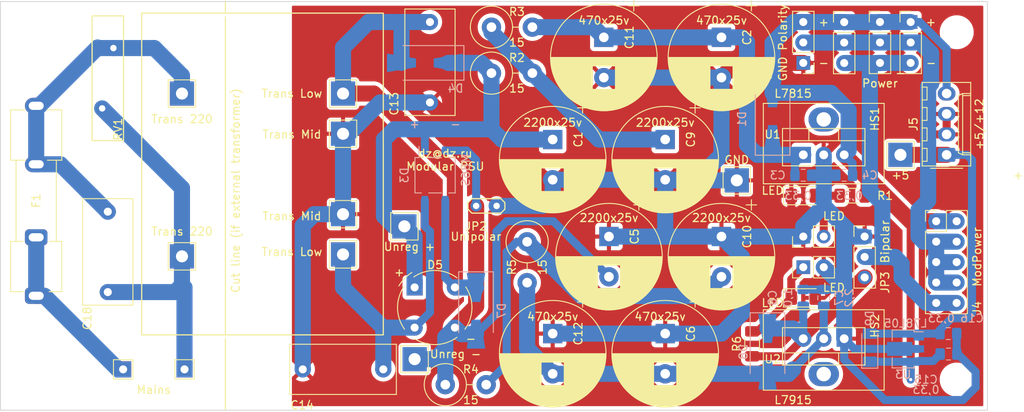
<source format=kicad_pcb>
(kicad_pcb (version 20211014) (generator pcbnew)
  (layers (0 "F.Cu" signal) (31 "B.Cu" signal) (34 "B.Paste" user) (35 "F.Paste" user) (36 "B.SilkS" user "B.Silkscreen") (37 "F.SilkS" user "F.Silkscreen") (38 "B.Mask" user) (39 "F.Mask" user) (44 "Edge.Cuts" user))
  (net 0 "")
  (net 1 "Net-(C5-Pad2)")
  (net 2 "Net-(C11-Pad1)")
  (net 3 "Net-(C4-Pad1)")
  (net 4 "Net-(C10-Pad2)")
  (net 5 "Net-(C12-Pad2)")
  (net 6 "Net-(C8-Pad2)")
  (net 7 "Net-(D2-Pad2)")
  (net 8 "Net-(D3-Pad1)")
  (net 9 "Net-(C9-Pad1)")
  (net 10 "Net-(D6-Pad1)")
  (net 11 "Net-(F1-Pad1)")
  (net 14 "Net-(J1-Pad2)")
  (net 15 "Net-(J1-Pad3)")
  (net 16 "/GND")
  (net 17 "Net-(C13-Pad1)")
  (net 18 "Net-(C14-Pad2)")
  (net 19 "Net-(C18-Pad1)")
  (net 20 "Net-(C18-Pad2)")
  (net 21 "Net-(J5-Pad1)")
  (footprint "Connector_PinHeader_2.54mm:PinHeader_1x03_P2.54mm_Vertical" (layer "F.Cu") (at 139.065 34.29)
    (fp_text reference "J2" hide)
    (fp_text value "Power")
  )
  (footprint "TestPoint:TestPoint_THTPad_3.0x3.0mm_Drill1.5mm" (layer "F.Cu") (at 121.285 53.975)
    (fp_text reference "TP6" hide)
    (fp_text value "GND")
  )
  (footprint "TestPoint:TestPoint_THTPad_3.0x3.0mm_Drill1.5mm" (layer "F.Cu") (at 81.28 76.2)
    (fp_text reference "TP11" hide)
    (fp_text value "Unreg -")
  )
  (footprint "MountingHole:MountingHole_3.2mm_M3" (layer "F.Cu") (at 61.595 35.56)
    (fp_text reference "H5" hide)
    (fp_text value "MountingHole" hide)
  )
  (footprint "Connector_PinHeader_2.54mm:PinHeader_2x05_P2.54mm_Vertical" (layer "F.Cu") (at 146.045 59.055)
    (fp_text reference "J4")
    (fp_text value "ModPower")
  )
  (footprint "MountingHole:MountingHole_3.2mm_M3" (layer "F.Cu") (at 33.655 78.74)
    (fp_text reference "H4" hide)
    (fp_text value "MountingHole" hide)
  )
  (footprint "Capacitor_THT:CP_Radial_D13.0mm_P5.00mm" (layer "F.Cu") (at 98.425 73.025 -90)
    (fp_text reference "C12")
    (fp_text value "470x25v")
  )
  (footprint "Capacitor_THT:CP_Radial_D13.0mm_P5.00mm" (layer "F.Cu") (at 112.395 48.895 -90)
    (fp_text reference "C9")
    (fp_text value "2200x25v")
  )
  (footprint "Capacitor_THT:C_Rect_L13.0mm_W6.0mm_P10.00mm_FKS3_FKP3_MKS4" (layer "F.Cu") (at 67.39 77.47)
    (fp_text reference "C14")
    (fp_text value "0,1")
  )
  (footprint "MountingHole:MountingHole_3.2mm_M3" (layer "F.Cu") (at 148.59 78.74)
    (fp_text reference "H1" hide)
    (fp_text value "MountingHole" hide)
  )
  (footprint "Capacitor_THT:CP_Radial_D13.0mm_P5.00mm" (layer "F.Cu") (at 112.395 73.025 -90)
    (fp_text reference "C6")
    (fp_text value "470x25v")
  )
  (footprint "TestPoint:TestPoint_THTPad_3.0x3.0mm_Drill1.5mm" (layer "F.Cu") (at 141.605 50.8)
    (fp_text reference "TP12" hide)
    (fp_text value "+5")
  )
  (footprint "TestPoint:TestPoint_THTPad_3.0x3.0mm_Drill1.5mm" (layer "F.Cu") (at 52.39 43.18)
    (fp_text reference "TP3" hide)
    (fp_text value "Trans 220")
  )
  (footprint "Diode_THT:Diode_Bridge_Round_D9.0mm" (layer "F.Cu") (at 81.28 67.28)
    (fp_text reference "D5")
    (fp_text value "D_Bridge_+A-A")
  )
  (footprint "TestPoint:TestPoint_THTPad_3.0x3.0mm_Drill1.5mm" (layer "F.Cu") (at 72.39 48.18)
    (fp_text reference "TP1" hide)
    (fp_text value "Trans Mid")
  )
  (footprint "TestPoint:TestPoint_THTPad_3.0x3.0mm_Drill1.5mm" (layer "F.Cu") (at 72.39 43.18)
    (fp_text reference "TP10" hide)
    (fp_text value "Trans Low")
  )
  (footprint "LED_SMD:LED_1206_3216Metric_Pad1.42x1.75mm_HandSolder" (layer "F.Cu") (at 129.54 55.88)
    (fp_text reference "D2" hide)
    (fp_text value "LED")
  )
  (footprint "Varistor:RV_Disc_D15.5mm_W3.9mm_P7.5mm" (layer "F.Cu") (at 43.88 37.525 -90)
    (fp_text reference "RV1")
    (fp_text value "Varistor")
  )
  (footprint "Resistor_THT:R_Axial_DIN0516_L15.5mm_D5.0mm_P5.08mm_Vertical" (layer "F.Cu") (at 95.25 61.61 -90)
    (fp_text reference "R5")
    (fp_text value "15")
  )
  (footprint "Connector_PinHeader_2.54mm:PinHeader_1x02_P2.54mm_Vertical" (layer "F.Cu") (at 129.54 60.96 90)
    (fp_text reference "J7" hide)
    (fp_text value "LED")
  )
  (footprint "Connector_PinHeader_2.54mm:PinHeader_1x03_P2.54mm_Vertical" (layer "F.Cu") (at 129.54 39.37 180)
    (fp_text reference "JP1")
    (fp_text value "GND Polarity")
  )
  (footprint "TestPoint:TestPoint_THTPad_2.0x2.0mm_Drill1.0mm" (layer "F.Cu") (at 52.705 77.47)
    (fp_text reference "TP4" hide)
    (fp_text value "Mains" hide)
  )
  (footprint "LED_SMD:LED_1206_3216Metric_Pad1.42x1.75mm_HandSolder" (layer "F.Cu") (at 129.54 68.58)
    (fp_text reference "D6" hide)
    (fp_text value "LED")
  )
  (footprint "Connector_PinHeader_2.54mm:PinHeader_1x03_P2.54mm_Vertical" (layer "F.Cu") (at 137.16 60.96)
    (fp_text reference "JP3")
    (fp_text value "Bipolar")
  )
  (footprint "Resistor_THT:R_Axial_DIN0516_L15.5mm_D5.0mm_P5.08mm_Vertical" (layer "F.Cu") (at 85.09 79.375)
    (fp_text reference "R4")
    (fp_text value "15")
  )
  (footprint "Capacitor_THT:C_Rect_L13.0mm_W6.0mm_P10.00mm_FKS3_FKP3_MKS4" (layer "F.Cu") (at 43.18 57.865 -90)
    (fp_text reference "C18")
    (fp_text value "C")
  )
  (footprint "Resistor_SMD:R_1206_3216Metric_Pad1.30x1.75mm_HandSolder" (layer "F.Cu") (at 123.19 74.295 90)
    (fp_text reference "R6")
    (fp_text value "10k")
  )
  (footprint "Resistor_THT:R_Axial_DIN0516_L15.5mm_D5.0mm_P5.08mm_Vertical" (layer "F.Cu") (at 90.82 40.64)
    (fp_text reference "R2")
    (fp_text value "15")
  )
  (footprint "Resistor_THT:R_Axial_DIN0516_L15.5mm_D5.0mm_P5.08mm_Vertical" (layer "F.Cu") (at 90.82 34.925)
    (fp_text reference "R3")
    (fp_text value "15")
  )
  (footprint "MountingHole:MountingHole_3.2mm_M3" (layer "F.Cu") (at 33.655 35.56)
    (fp_text reference "H3" hide)
    (fp_text value "MountingHole" hide)
  )
  (footprint "Connector_PinHeader_2.54mm:PinHeader_1x03_P2.54mm_Vertical" (layer "F.Cu") (at 134.62 34.305)
    (fp_text reference "J1" hide)
    (fp_text value "Power")
  )
  (footprint "dz_lib:Heatsink_TO_220" (layer "F.Cu") (at 132.08 77.06 90)
    (fp_text reference "HS2")
    (fp_text value "Heatsink_Pad" hide)
  )
  (footprint "Connector_Molex:Molex_KK-254_AE-6410-04A_1x04_P2.54mm_Vertical" (layer "F.Cu") (at 147.34 50.8 90)
    (fp_text reference "J5")
    (fp_text value "+5/+12")
  )
  (footprint "Connector_PinHeader_2.54mm:PinHeader_1x02_P2.54mm_Vertical" (layer "F.Cu") (at 129.54 64.77 90)
    (fp_text reference "J8" hide)
    (fp_text value "LED")
  )
  (footprint "Capacitor_THT:C_Rect_L13.0mm_W6.0mm_P10.00mm_FKS3_FKP3_MKS4" (layer "F.Cu") (at 83.185 34.29 -90)
    (fp_text reference "C13")
    (fp_text value "0,1")
  )
  (footprint "TestPoint:TestPoint_THTPad_3.0x3.0mm_Drill1.5mm" (layer "F.Cu") (at 80.01 59.69)
    (fp_text reference "TP5" hide)
    (fp_text value "Unreg +")
  )
  (footprint "TestPoint:TestPoint_THTPad_2.0x2.0mm_Drill1.0mm" (layer "F.Cu") (at 45.085 77.47)
    (fp_text reference "TP2" hide)
    (fp_text value "Mains")
  )
  (footprint "TestPoint:TestPoint_2Pads_Pitch2.54mm_Drill0.8mm" (layer "F.Cu") (at 88.92 57.15)
    (fp_text reference "JP2")
    (fp_text value "Unipolar")
  )
  (footprint "TestPoint:TestPoint_THTPad_3.0x3.0mm_Drill1.5mm" (layer "F.Cu") (at 72.39 58.18)
    (fp_text reference "TP8" hide)
    (fp_text value "Trans Mid")
  )
  (footprint "MountingHole:MountingHole_3.2mm_M3" (layer "F.Cu") (at 148.59 35.56)
    (fp_text reference "H2" hide)
    (fp_text value "MountingHole" hide)
  )
  (footprint "Resistor_SMD:R_1206_3216Metric_Pad1.30x1.75mm_HandSolder" (layer "F.Cu") (at 135.61 55.88)
    (fp_text reference "R1")
    (fp_text value "10k")
  )
  (footprint "Capacitor_THT:CP_Radial_D13.0mm_P5.00mm" (layer "F.Cu") (at 119.38 60.96 -90)
    (fp_text reference "C10")
    (fp_text value "2200x25v")
  )
  (footprint "Fuse:Fuseholder_Clip-5x20mm_Keystone_3512_Inline_P23.62x7.27mm_D1.02x1.57mm_Horizontal" (layer "F.Cu") (at 34.29 68.325 90)
    (fp_text reference "F1")
    (fp_text value "Fuse")
  )
  (footprint "Capacitor_THT:CP_Radial_D13.0mm_P5.00mm" (layer "F.Cu") (at 119.38 36.195 -90)
    (fp_text reference "C2")
    (fp_text value "470x25v")
  )
  (footprint "Package_TO_SOT_THT:TO-220-3_Vertical" (layer "F.Cu") (at 134.62 73.66 180)
    (fp_text reference "U2")
    (fp_text value "L7915")
  )
  (footprint "dz_lib:Heatsink_TO_220" (layer "F.Cu") (at 132.08 47.4 -90)
    (fp_text reference "HS1")
    (fp_text value "Heatsink_Pad" hide)
  )
  (footprint "Package_TO_SOT_THT:TO-220-3_Vertical" (layer "F.Cu") (at 129.54 50.8)
    (fp_text reference "U1")
    (fp_text value "L7815")
  )
  (footprint "Connector_PinHeader_2.54mm:PinHeader_1x03_P2.54mm_Vertical" (layer "F.Cu") (at 142.875 34.29)
    (fp_text reference "J3" hide)
    (fp_text value "Power")
  )
  (footprint "TestPoint:TestPoint_THTPad_3.0x3.0mm_Drill1.5mm" (layer "F.Cu") (at 72.39 63.18)
    (fp_text reference "TP9" hide)
    (fp_text value "Trans Low")
  )
  (footprint "MountingHole:MountingHole_3.2mm_M3" (layer "F.Cu") (at 61.595 78.74)
    (fp_text reference "H6" hide)
    (fp_text value "MountingHole" hide)
  )
  (footprint "Capacitor_THT:CP_Radial_D13.0mm_P5.00mm" (layer "F.Cu") (at 104.775 36.195 -90)
    (fp_text reference "C11")
    (fp_text value "470x25v")
  )
  (footprint "Capacitor_THT:CP_Radial_D13.0mm_P5.00mm" (layer "F.Cu") (at 98.425 48.895 -90)
    (fp_text reference "C1")
    (fp_text value "2200x25v")
  )
  (footprint "Capacitor_THT:CP_Radial_D13.0mm_P5.00mm" (layer "F.Cu") (at 105.41 60.96 -90)
    (fp_text reference "C5")
    (fp_text value "2200x25v")
  )
  (footprint "TestPoint:TestPoint_THTPad_3.0x3.0mm_Drill1.5mm" (layer "F.Cu") (at 52.39 63.42)
    (fp_text reference "TP7" hide)
    (fp_text value "Trans 220")
  )
  (footprint "Diode_SMD:D_SMA-SMB_Universal_Handsoldering" (layer "B.Cu") (at 88.9 70.19498 -90)
    (fp_text reference "D7")
    (fp_text value "D")
  )
  (footprint "Capacitor_SMD:C_0805_2012Metric_Pad1.18x1.45mm_HandSolder" (layer "B.Cu") (at 147.5725 75.565)
    (fp_text reference "C15")
    (fp_text value "0,33")
  )
  (footprint "Diode_SMD:D_SMA-SMB_Universal_Handsoldering" (layer "B.Cu") (at 125.73 45.995 90)
    (fp_text reference "D1")
    (fp_text value "D")
  )
  (footprint "Package_TO_SOT_SMD:SOT-89-3" (layer "B.Cu") (at 142.24 74.93 180)
    (fp_text reference "U3")
    (fp_text value "L78L05")
  )
  (footprint "Capacitor_SMD:C_0805_2012Metric_Pad1.18x1.45mm_HandSolder" (layer "B.Cu") (at 147.5525 73.025)
    (fp_text reference "C16")
    (fp_text value "0,33")
  )
  (footprint "Capacitor_SMD:C_0805_2012Metric_Pad1.18x1.45mm_HandSolder" (layer "B.Cu") (at 129.54 68.58 -90)
    (fp_text reference "C8")
    (fp_text value "1,0")
  )
  (footprint "Capacitor_SMD:C_0805_2012Metric_Pad1.18x1.45mm_HandSolder" (layer "B.Cu") (at 132.08 68.58 -90)
    (fp_text reference "C7")
    (fp_text value "2,2")
  )
  (footprint "Diode_SMD:D_SMA-SMB_Universal_Handsoldering" (layer "B.Cu") (at 125.095 75.29 -90)
    (fp_text reference "D8")
    (fp_text value "D")
  )
  (footprint "Capacitor_SMD:C_0805_2012Metric_Pad1.18x1.45mm_HandSolder" (layer "B.Cu") (at 134.62 53.34 180)
    (fp_text reference "C4")
    (fp_text value "0,33")
  )
  (footprint "Package_TO_SOT_SMD:TO-269AA" (layer "B.Cu") (at 83.82 53.34 -90)
    (fp_text reference "D3")
    (fp_text value "MB6S")
  )
  (footprint "Diode_SMD:D_SMA-SMB_Universal_Handsoldering" (layer "B.Cu") (at 82.55 39.37 180)
    (fp_text reference "D4")
    (fp_text value "D")
  )
  (footprint "Capacitor_SMD:C_0805_2012Metric_Pad1.18x1.45mm_HandSolder" (layer "B.Cu") (at 129.54 53.34)
    (fp_text reference "C3")
    (fp_text value "0,33")
  )
  (footprint "Diode_SMD:D_MiniMELF" (layer "B.Cu") (at 137.795 74.775 90)
    (fp_text reference "D9")
    (fp_text value "LL4148")
  )
  (gr_line (start 57.785 73.025) (end 57.785 33.655) (layer "F.SilkS") (width 0.15))
  (gr_rect (start 77.39 33.18) (end 47.39 73.18) (layer "F.SilkS") (width 0.15) (fill none))
  (gr_line (start 57.785 82.55) (end 57.785 73.66) (layer "F.SilkS") (width 0.15))
  (gr_line (start 57.785 31.75) (end 57.785 33.02) (layer "F.SilkS") (width 0.15))
  (gr_rect (start 29.845 31.75) (end 152.4 82.55) (layer "Edge.Cuts") (width 0.1) (fill none))
  (gr_text "-" (at 86.36 46.99) (layer "B.SilkS") (effects (font (size 1 1)) (justify mirror)))
  (gr_text "+" (at 81.28 46.99) (layer "B.SilkS") (effects (font (size 1 1)) (justify mirror)))
  (gr_text "dz@dz.ru\nModular PSU" (at 85.09 51.435) (layer "F.SilkS") (effects (font (size 1 1))))
  (gr_text "-" (at 132.08 39.37) (layer "F.SilkS") (effects (font (size 1 1))))
  (gr_text "-" (at 88.265 73.66) (layer "F.SilkS") (effects (font (size 1 1))))
  (gr_text "+" (at 132.08 34.305) (layer "F.SilkS") (effects (font (size 1 1))))
  (gr_text "Cut line (if external transformer)" (at 59.055 55.245 90) (layer "F.SilkS") (effects (font (size 1 1))))
  (gr_text "+" (at 145.39 34.29) (layer "F.SilkS") (effects (font (size 1 1))))
  (gr_text "+" (at 156.21 53.34) (layer "F.SilkS") (effects (font (size 1 1))))
  (gr_text "+" (at 79.375 65.405) (layer "F.SilkS") (effects (font (size 1 1))))
  (gr_text "-" (at 141.605 40.625) (layer "F.SilkS") (effects (font (size 1 1))))
  (gr_text "-" (at 145.415 39.37) (layer "F.SilkS") (effects (font (size 1 1))))
  (segment (start 88.92 69.64) (end 88.92 57.15) (width 2) (layer "F.Cu") (net 1))
  (segment (start 86.28 72.28) (end 88.92 69.64) (width 2) (layer "F.Cu") (net 1))
  (segment (start 87.09498 73.09498) (end 86.28 72.28) (width 2) (layer "B.Cu") (net 1))
  (segment (start 88.92 57.15) (end 88.92 51.455) (width 1) (layer "B.Cu") (net 1))
  (segment (start 92.71 59.055) (end 98.505 59.055) (width 1) (layer "B.Cu") (net 1))
  (segment (start 88.9 73.09498) (end 87.09498 73.09498) (width 2) (layer "B.Cu") (net 1))
  (segment (start 88.9 73.09498) (end 91.44 70.55498) (width 1) (layer "B.Cu") (net 1))
  (segment (start 85.09 74.93) (end 85.09 73.47) (width 2) (layer "B.Cu") (net 1))
  (segment (start 87.73 50.265) (end 85.09 50.265) (width 1) (layer "B.Cu") (net 1))
  (segment (start 91.44 70.55498) (end 91.44 60.325) (width 1) (layer "B.Cu") (net 1))
  (segment (start 91.44 60.325) (end 92.71 59.055) (width 1) (layer "B.Cu") (net 1))
  (segment (start 88.92 51.455) (end 87.73 50.265) (width 1) (layer "B.Cu") (net 1))
  (segment (start 81.28 76.2) (end 83.82 76.2) (width 2) (layer "B.Cu") (net 1))
  (segment (start 85.09 79.375) (end 85.09 74.93) (width 2) (layer "B.Cu") (net 1))
  (segment (start 98.505 59.055) (end 105.41 65.96) (width 1) (layer "B.Cu") (net 1))
  (segment (start 83.82 76.2) (end 85.09 74.93) (width 2) (layer "B.Cu") (net 1))
  (segment (start 85.09 73.47) (end 86.28 72.28) (width 2) (layer "B.Cu") (net 1))
  (segment (start 129.54 50.8) (end 123.825 50.8) (width 2) (layer "B.Cu") (net 2))
  (segment (start 123.825 50.8) (end 122.555 49.53) (width 2) (layer "B.Cu") (net 2))
  (segment (start 128.5025 51.8375) (end 129.54 50.8) (width 1) (layer "B.Cu") (net 2))
  (segment (start 122.555 36.83) (end 121.92 36.195) (width 2) (layer "B.Cu") (net 2))
  (segment (start 95.9 34.925) (end 103.505 34.925) (width 2) (layer "B.Cu") (net 2))
  (segment (start 103.505 34.925) (end 104.775 36.195) (width 2) (layer "B.Cu") (net 2))
  (segment (start 128.5025 53.34) (end 128.5025 51.8375) (width 1) (layer "B.Cu") (net 2))
  (segment (start 121.92 36.195) (end 119.38 36.195) (width 2) (layer "B.Cu") (net 2))
  (segment (start 119.38 36.195) (end 104.775 36.195) (width 2) (layer "B.Cu") (net 2))
  (segment (start 122.555 49.53) (end 122.555 36.83) (width 2) (layer "B.Cu") (net 2))
  (segment (start 137.16 53.34) (end 134.62 50.8) (width 1) (layer "F.Cu") (net 3))
  (segment (start 142.875 71.755) (end 142.875 78.74) (width 1) (layer "F.Cu") (net 3))
  (segment (start 142.875 71.755) (end 142.875 59.055) (width 1) (layer "F.Cu") (net 3))
  (segment (start 137.16 55.88) (end 137.16 53.34) (width 1) (layer "F.Cu") (net 3))
  (segment (start 146.045 59.055) (end 142.875 59.055) (width 2) (layer "F.Cu") (net 3))
  (segment (start 142.875 59.055) (end 134.62 50.8) (width 2) (layer "F.Cu") (net 3))
  (via (at 142.875 78.74) (size 0.8) (drill 0.4) (layers "F.Cu" "B.Cu") (net 3))
  (segment (start 134.605 34.29) (end 134.62 34.305) (width 2) (layer "B.Cu") (net 3))
  (segment (start 129.54 34.29) (end 134.605 34.29) (width 2) (layer "B.Cu") (net 3))
  (segment (start 135.6575 51.8375) (end 134.62 50.8) (width 1) (layer "B.Cu") (net 3))
  (segment (start 145.67 76.43) (end 146.535 75.565) (width 1) (layer "B.Cu") (net 3))
  (segment (start 135.17 45.281623) (end 135.17 50.25) (width 2) (layer "B.Cu") (net 3))
  (segment (start 135.6575 53.34) (end 135.6575 51.8375) (width 1) (layer "B.Cu") (net 3))
  (segment (start 148.585 59.055) (end 146.045 59.055) (width 2) (layer "B.Cu") (net 3))
  (segment (start 147.34 43.18) (end 147.34 37.633404) (width 1) (layer "B.Cu") (net 3))
  (segment (start 142.875 76.835) (end 142.565 76.525) (width 1) (layer "B.Cu") (net 3))
  (segment (start 137.795 76.525) (end 142.565 76.525) (width 1) (layer "B.Cu") (net 3))
  (segment (start 129.54 34.29) (end 128.337919 34.29) (width 2) (layer "B.Cu") (net 3))
  (segment (start 125.73 43.095) (end 132.983377 43.095) (width 2) (layer "B.Cu") (net 3))
  (segment (start 125.73 36.897919) (end 125.73 43.095) (width 2) (layer "B.Cu") (net 3))
  (segment (start 134.62 34.305) (end 139.05 34.305) (width 2) (layer "B.Cu") (net 3))
  (segment (start 132.983377 43.095) (end 135.17 45.281623) (width 2) (layer "B.Cu") (net 3))
  (segment (start 143.795 76.525) (end 143.89 76.43) (width 1) (layer "B.Cu") (net 3))
  (segment (start 143.89 76.43) (end 145.67 76.43) (width 1) (layer "B.Cu") (net 3))
  (segment (start 142.565 76.525) (end 143.795 76.525) (width 1) (layer "B.Cu") (net 3))
  (segment (start 147.34 37.633404) (end 143.996596 34.29) (width 1) (layer "B.Cu") (net 3))
  (segment (start 139.05 34.305) (end 139.065 34.29) (width 2) (layer "B.Cu") (net 3))
  (segment (start 135.17 50.25) (end 134.62 50.8) (width 2) (layer "B.Cu") (net 3))
  (segment (start 143.996596 34.29) (end 142.875 34.29) (width 1) (layer "B.Cu") (net 3))
  (segment (start 128.337919 34.29) (end 125.73 36.897919) (width 2) (layer "B.Cu") (net 3))
  (segment (start 139.065 34.29) (end 142.875 34.29) (width 2) (layer "B.Cu") (net 3))
  (segment (start 142.875 78.74) (end 142.875 76.835) (width 1) (layer "B.Cu") (net 3))
  (segment (start 102 68.36) (end 116.98 68.36) (width 2) (layer "B.Cu") (net 4))
  (segment (start 93.98 61.595) (end 92.71 62.865) (width 1) (layer "B.Cu") (net 4))
  (segment (start 92.71 76.835) (end 90.17 79.375) (width 1) (layer "B.Cu") (net 4))
  (segment (start 116.98 68.36) (end 119.38 65.96) (width 2) (layer "B.Cu") (net 4))
  (segment (start 92.71 62.865) (end 92.71 76.835) (width 1) (layer "B.Cu") (net 4))
  (segment (start 95.25 61.61) (end 95.235 61.595) (width 1) (layer "B.Cu") (net 4))
  (segment (start 95.25 61.61) (end 102 68.36) (width 2) (layer "B.Cu") (net 4))
  (segment (start 95.235 61.595) (end 93.98 61.595) (width 1) (layer "B.Cu") (net 4))
  (segment (start 95.25 74.85) (end 98.425 78.025) (width 2) (layer "B.Cu") (net 5))
  (segment (start 132.08 69.6175) (end 132.08 73.66) (width 1) (layer "B.Cu") (net 5))
  (segment (start 95.25 66.69) (end 95.25 74.85) (width 2) (layer "B.Cu") (net 5))
  (segment (start 132.08 73.66) (end 128.27 77.47) (width 1) (layer "B.Cu") (net 5))
  (segment (start 127.715 78.025) (end 128.27 77.47) (width 2) (layer "B.Cu") (net 5))
  (segment (start 98.425 78.025) (end 112.395 78.025) (width 2) (layer "B.Cu") (net 5))
  (segment (start 112.395 78.025) (end 127.715 78.025) (width 2) (layer "B.Cu") (net 5))
  (segment (start 131.188405 71.46) (end 129.54 73.108405) (width 2) (layer "F.Cu") (net 6))
  (segment (start 123.19 75.845) (end 127.355 75.845) (width 1) (layer "F.Cu") (net 6))
  (segment (start 137.16 66.04) (end 131.74 71.46) (width 2) (layer "F.Cu") (net 6))
  (segment (start 131.74 71.46) (end 131.188405 71.46) (width 2) (layer "F.Cu") (net 6))
  (segment (start 127.355 75.845) (end 129.54 73.66) (width 1) (layer "F.Cu") (net 6))
  (segment (start 129.54 73.108405) (end 129.54 73.66) (width 2) (layer "F.Cu") (net 6))
  (segment (start 129.54 69.6175) (end 129.54 73.66) (width 1) (layer "B.Cu") (net 6))
  (segment (start 128.27 72.39) (end 129.54 73.66) (width 2) (layer "B.Cu") (net 6))
  (segment (start 125.095 72.39) (end 128.27 72.39) (width 2) (layer "B.Cu") (net 6))
  (segment (start 132.08 55.88) (end 131.0275 55.88) (width 1) (layer "F.Cu") (net 7))
  (segment (start 132.08 60.96) (end 132.08 55.88) (width 1) (layer "F.Cu") (net 7))
  (segment (start 134.06 55.88) (end 132.08 55.88) (width 1) (layer "F.Cu") (net 7))
  (segment (start 98.425 48.895) (end 92.105 48.895) (width 2) (layer "B.Cu") (net 8))
  (segment (start 78.74 47.625) (end 77.47 48.895) (width 2) (layer "B.Cu") (net 8))
  (segment (start 90.82 47.61) (end 90.805 47.625) (width 2) (layer "B.Cu") (net 8))
  (segment (start 89.55 39.37) (end 90.82 40.64) (width 2) (layer "B.Cu") (net 8))
  (segment (start 78.74 59.69) (end 80.01 59.69) (width 2) (layer "B.Cu") (net 8))
  (segment (start 92.105 48.895) (end 90.82 47.61) (width 2) (layer "B.Cu") (net 8))
  (segment (start 90.82 40.64) (end 90.82 47.61) (width 2) (layer "B.Cu") (net 8))
  (segment (start 82.55 48.26) (end 81.915 47.625) (width 1) (layer "B.Cu") (net 8))
  (segment (start 81.915 47.625) (end 78.74 47.625) (width 2) (layer "B.Cu") (net 8))
  (segment (start 81.28 60.96) (end 80.01 59.69) (width 2) (layer "B.Cu") (net 8))
  (segment (start 85.45 39.37) (end 89.55 39.37) (width 2) (layer "B.Cu") (net 8))
  (segment (start 82.55 50.265) (end 82.55 48.26) (width 1) (layer "B.Cu") (net 8))
  (segment (start 77.47 48.895) (end 77.47 58.42) (width 2) (layer "B.Cu") (net 8))
  (segment (start 77.47 58.42) (end 78.74 59.69) (width 2) (layer "B.Cu") (net 8))
  (segment (start 90.805 47.625) (end 81.915 47.625) (width 2) (layer "B.Cu") (net 8))
  (segment (start 81.28 67.28) (end 81.28 60.96) (width 2) (layer "B.Cu") (net 8))
  (segment (start 90.82 35.56) (end 95.9 40.64) (width 2) (layer "B.Cu") (net 9))
  (segment (start 90.82 34.925) (end 90.82 35.56) (width 2) (layer "B.Cu") (net 9))
  (segment (start 112.395 48.895) (end 104.155 48.895) (width 2) (layer "B.Cu") (net 9))
  (segment (start 104.155 48.895) (end 95.9 40.64) (width 2) (layer "B.Cu") (net 9))
  (segment (start 128.0525 68.58) (end 128.0525 66.2575) (width 1) (layer "F.Cu") (net 10))
  (segment (start 128.0525 66.2575) (end 129.54 64.77) (width 1) (layer "F.Cu") (net 10))
  (segment (start 123.19 72.745) (end 123.8875 72.745) (width 1) (layer "F.Cu") (net 10))
  (segment (start 123.8875 72.745) (end 128.0525 68.58) (width 1) (layer "F.Cu") (net 10))
  (segment (start 35.305 68.325) (end 44.45 77.47) (width 2) (layer "B.Cu") (net 11))
  (segment (start 34.29 68.325) (end 35.305 68.325) (width 2) (layer "B.Cu") (net 11))
  (segment (start 34.29 61.055) (end 34.29 68.325) (width 2) (layer "B.Cu") (net 11))
  (segment (start 143.845 57.685) (end 143.845 60.955) (width 2) (layer "B.Cu") (net 14))
  (segment (start 142.875 36.83) (end 139.065 36.83) (width 2) (layer "B.Cu") (net 14))
  (segment (start 142.875 36.83) (end 144.077081 36.83) (width 2) (layer "B.Cu") (net 14))
  (segment (start 139.065 36.83) (end 134.635 36.83) (width 2) (layer "B.Cu") (net 14))
  (segment (start 129.555 36.845) (end 129.54 36.83) (width 2) (layer "B.Cu") (net 14))
  (segment (start 145.415 38.167919) (end 145.415 41.952578) (width 2) (layer "B.Cu") (net 14))
  (segment (start 134.635 36.83) (end 134.62 36.845) (width 2) (layer "B.Cu") (net 14))
  (segment (start 145.045 42.322578) (end 145.045 56.485) (width 2) (layer "B.Cu") (net 14))
  (segment (start 148.585 61.595) (end 146.045 61.595) (width 2) (layer "B.Cu") (net 14))
  (segment (start 145.415 41.952578) (end 145.045 42.322578) (width 2) (layer "B.Cu") (net 14))
  (segment (start 144.077081 36.83) (end 145.415 38.167919) (width 2) (layer "B.Cu") (net 14))
  (segment (start 144.485 61.595) (end 146.045 61.595) (width 2) (layer "B.Cu") (net 14))
  (segment (start 146.045 66.675) (end 148.585 66.675) (width 2) (layer "B.Cu") (net 14))
  (segment (start 146.045 64.135) (end 146.045 61.595) (width 2) (layer "B.Cu") (net 14))
  (segment (start 143.845 60.955) (end 144.485 61.595) (width 2) (layer "B.Cu") (net 14))
  (segment (start 145.045 56.485) (end 143.845 57.685) (width 2) (layer "B.Cu") (net 14))
  (segment (start 146.045 66.675) (end 146.045 64.135) (width 2) (layer "B.Cu") (net 14))
  (segment (start 146.045 64.135) (end 148.585 64.135) (width 2) (layer "B.Cu") (net 14))
  (segment (start 134.62 36.845) (end 129.555 36.845) (width 2) (layer "B.Cu") (net 14))
  (segment (start 140.97 63.5) (end 139.7 63.5) (width 2) (layer "B.Cu") (net 15))
  (segment (start 139.065 39.37) (end 142.875 39.37) (width 2) (layer "B.Cu") (net 15))
  (segment (start 139.05 39.385) (end 139.065 39.37) (width 2) (layer "B.Cu") (net 15))
  (segment (start 148.585 69.215) (end 146.045 69.215) (width 2) (layer "B.Cu") (net 15))
  (segment (start 141.75 64.347919) (end 140.902081 63.5) (width 2) (layer "B.Cu") (net 15))
  (segment (start 144.842919 69.215) (end 141.75 66.122081) (width 2) (layer "B.Cu") (net 15))
  (segment (start 137.81 39.385) (end 139.05 39.385) (width 2) (layer "B.Cu") (net 15))
  (segment (start 137.16 63.5) (end 139.7 63.5) (width 2) (layer "B.Cu") (net 15))
  (segment (start 139.36 63.16) (end 139.7 63.5) (width 2) (layer "B.Cu") (net 15))
  (segment (start 134.62 39.385) (end 137.81 39.385) (width 2) (layer "B.Cu") (net 15))
  (segment (start 139.36 56.81) (end 137.81 55.26) (width 2) (layer "B.Cu") (net 15))
  (segment (start 139.36 56.81) (end 139.36 63.16) (width 2) (layer "B.Cu") (net 15))
  (segment (start 137.81 55.26) (end 137.81 39.385) (width 2) (layer "B.Cu") (net 15))
  (segment (start 140.902081 63.5) (end 139.7 63.5) (width 2) (layer "B.Cu") (net 15))
  (segment (start 146.045 69.215) (end 144.842919 69.215) (width 2) (layer "B.Cu") (net 15))
  (segment (start 141.75 66.122081) (end 141.75 64.347919) (width 2) (layer "B.Cu") (net 15))
  (segment (start 147.34 45.72) (end 147.34 48.26) (width 1) (layer "F.Cu") (net 16))
  (segment (start 134.62 48.26) (end 147.34 48.26) (width 1) (layer "F.Cu") (net 16))
  (segment (start 132.08 64.77) (end 132.08 66.04) (width 1) (layer "F.Cu") (net 16))
  (segment (start 131.0275 67.0925) (end 132.08 66.04) (width 1) (layer "F.Cu") (net 16))
  (segment (start 128.0525 55.88) (end 128.0525 59.4725) (width 1) (layer "F.Cu") (net 16))
  (segment (start 128.0525 59.4725) (end 129.54 60.96) (width 1) (layer "F.Cu") (net 16))
  (segment (start 132.08 50.8) (end 134.62 48.26) (width 1) (layer "F.Cu") (net 16))
  (segment (start 129.54 39.37) (end 121.205 39.37) (width 2) (layer "F.Cu") (net 16))
  (segment (start 92.95 53.895) (end 98.425 53.895) (width 2) (layer "F.Cu") (net 16))
  (segment (start 92.87 53.975) (end 92.95 53.895) (width 2) (layer "F.Cu") (net 16))
  (segment (start 131.0275 68.58) (end 131.0275 67.0925) (width 1) (layer "F.Cu") (net 16))
  (segment (start 83.185 44.29) (end 92.87 53.975) (width 2) (layer "F.Cu") (net 16))
  (segment (start 121.205 39.37) (end 119.38 41.195) (width 2) (layer "F.Cu") (net 16))
  (segment (start 134.62 76.25) (end 134.62 73.66) (width 1) (layer "B.Cu") (net 16))
  (segment (start 112.395 60.96) (end 119.38 60.96) (width 2) (layer "B.Cu") (net 16))
  (segment (start 130.5775 53.34) (end 132.08 53.34) (width 1) (layer "B.Cu") (net 16))
  (segment (start 129.54 60.96) (end 119.38 60.96) (width 2) (layer "B.Cu") (net 16))
  (segment (start 135.89 60.96) (end 134.62 59.69) (width 2) (layer "B.Cu") (net 16))
  (segment (start 91.46 57.15) (end 97.155 57.15) (width 2) (layer "B.Cu") (net 16))
  (segment (start 72.39 58.18) (end 72.39 48.18) (width 2) (layer "B.Cu") (net 16))
  (segment (start 148.59 75.545) (end 148.61 75.565) (width 1) (layer "B.Cu") (net 16))
  (segment (start 150.940001 79.713403) (end 149.373404 81.28) (width 1) (layer "B.Cu") (net 16))
  (segment (start 137.16 60.96) (end 135.89 60.96) (width 2) (layer "B.Cu") (net 16))
  (segment (start 135.89 74.93) (end 134.62 73.66) (width 1) (layer "B.Cu") (net 16))
  (segment (start 149.373404 81.28) (end 139.65 81.28) (width 1) (layer "B.Cu") (net 16))
  (segment (start 134.62 73.66) (end 134.62 67.31) (width 2) (layer "B.Cu") (net 16))
  (segment (start 112.475 53.975) (end 112.395 53.895) (width 2) (layer "B.Cu") (net 16))
  (segment (start 121.92 63.5) (end 119.38 60.96) (width 2) (layer "B.Cu") (net 16))
  (segment (start 132.08 57.15) (end 133.35 58.42) (width 2) (layer "B.Cu") (net 16))
  (segment (start 134.3875 67.5425) (end 134.62 67.31) (width 1) (layer "B.Cu") (net 16))
  (segment (start 121.92 70.485) (end 121.92 63.5) (width 2) (layer "B.Cu") (net 16))
  (segment (start 129.54 67.5425) (end 132.08 67.5425) (width 1) (layer "B.Cu") (net 16))
  (segment (start 67.39 59.61) (end 68.82 58.18) (width 2) (layer "B.Cu") (net 16))
  (segment (start 148.738404 75.565) (end 150.940001 77.766597) (width 1) (layer "B.Cu") (net 16))
  (segment (start 133.5825 53.34) (end 132.08 53.34) (width 1) (layer "B.Cu") (net 16))
  (segment (start 143.8025 74.93) (end 135.89 74.93) (width 1) (layer "B.Cu") (net 16))
  (segment (start 76.995 44.29) (end 83.185 44.29) (width 2) (layer "B.Cu") (net 16))
  (segment (start 98.425 53.895) (end 112.395 53.895) (width 2) (layer "B.Cu") (net 16))
  (segment (start 134.62 67.31) (end 132.08 64.77) (width 2) (layer "B.Cu") (net 16))
  (segment (start 98.425 55.88) (end 98.425 53.895) (width 2) (layer "B.Cu") (net 16))
  (segment (start 132.08 67.5425) (end 134.3875 67.5425) (width 1) (layer "B.Cu") (net 16))
  (segment (start 119.38 41.195) (end 119.38 50.8) (width 2) (layer "B.Cu") (net 16))
  (segment (start 105.41 60.96) (end 112.395 60.96) (width 2) (layer "B.Cu") (net 16))
  (segment (start 148.59 73.025) (end 148.59 75.545) (width 1) (layer "B.Cu") (net 16))
  (segment (start 132.08 53.34) (end 132.08 57.15) (width 2) (layer "B.Cu") (net 16))
  (segment (start 132.08 50.8) (end 132.08 53.34) (width 2) (layer "B.Cu") (net 16))
  (segment (start 104.775 41.195) (end 119.38 41.195) (width 2) (layer "B.Cu") (net 16))
  (segment (start 68.82 58.18) (end 72.39 58.18) (width 2) (layer "B.Cu") (net 16))
  (segment (start 121.285 53.975) (end 112.475 53.975) (width 2) (layer "B.Cu") (net 16))
  (segment (start 72.39 48.18) (end 73.105 48.18) (width 2) (layer "B.Cu") (net 16))
  (segment (start 119.38 73.025) (end 121.92 70.485) (width 2) (layer "B.Cu") (net 16))
  (segment (start 148.61 75.565) (end 148.738404 75.565) (width 1) (layer "B.Cu") (net 16))
  (segment (start 97.155 57.15) (end 98.425 55.88) (width 2) (layer "B.Cu") (net 16))
  (segment (start 67.39 77.47) (end 67.39 59.61) (width 2) (layer "B.Cu") (net 16))
  (segment (start 129.54 59.69) (end 129.54 60.96) (width 2) (layer "B.Cu") (net 16))
  (segment (start 112.395 53.895) (end 112.395 60.96) (width 2) (layer "B.Cu") (net 16))
  (segment (start 116.285 53.895) (end 112.395 53.895) (width 2) (layer "B.Cu") (net 16))
  (segment (start 112.395 73.025) (end 119.38 73.025) (width 2) (layer "B.Cu") (net 16))
  (segment (start 150.940001 77.766597) (end 150.940001 79.713403) (width 1) (layer "B.Cu") (net 16))
  (segment (start 98.425 73.025) (end 112.395 73.025) (width 2) (layer "B.Cu") (net 16))
  (segment (start 133.35 58.42) (end 134.62 59.69) (width 2) (layer "B.Cu") (net 16))
  (segment (start 134.62 59.69) (end 134.62 67.31) (width 2) (layer "B.Cu") (net 16))
  (segment (start 139.65 81.28) (end 134.62 76.25) (width 1) (layer "B.Cu") (net 16))
  (segment (start 132.08 57.15) (end 129.54 59.69) (width 2) (layer "B.Cu") (net 16))
  (segment (start 73.105 48.18) (end 76.995 44.29) (width 2) (layer "B.Cu") (net 16))
  (segment (start 119.38 50.8) (end 116.285 53.895) (width 2) (layer "B.Cu") (net 16))
  (segment (start 86.28 53.26) (end 76.2 43.18) (width 2) (layer "F.Cu") (net 17))
  (segment (start 86.28 67.28) (end 86.28 53.26) (width 2) (layer "F.Cu") (net 17))
  (segment (start 76.2 43.18) (end 72.39 43.18) (width 2) (layer "F.Cu") (net 17))
  (segment (start 79.65 34.65) (end 80.01 34.29) (width 2) (layer "B.Cu") (net 17))
  (segment (start 80.01 34.29) (end 83.185 34.29) (width 2) (layer "B.Cu") (net 17))
  (segment (start 85.09 66.09) (end 86.28 67.28) (width 1) (layer "B.Cu") (net 17))
  (segment (start 79.65 39.37) (end 79.65 34.65) (width 2) (layer "B.Cu") (net 17))
  (segment (start 72.39 37.465) (end 75.565 34.29) (width 2) (layer "B.Cu") (net 17))
  (segment (start 75.565 34.29) (end 80.01 34.29) (width 2) (layer "B.Cu") (net 17))
  (segment (start 72.39 43.18) (end 72.39 37.465) (width 2) (layer "B.Cu") (net 17))
  (segment (start 88.9 67.29498) (end 86.29498 67.29498) (width 2) (layer "B.Cu") (net 17))
  (segment (start 85.09 56.415) (end 85.09 66.09) (width 1) (layer "B.Cu") (net 17))
  (segment (start 72.39 67.31) (end 77.36 72.28) (width 2) (layer "B.Cu") (net 18))
  (segment (start 77.39 77.47) (end 77.39 72.31) (width 2) (layer "B.Cu") (net 18))
  (segment (start 82.55 59.69) (end 82.55 56.415) (width 1) (layer "B.Cu") (net 18))
  (segment (start 77.36 72.28) (end 81.28 72.28) (width 2) (layer "B.Cu") (net 18))
  (segment (start 77.39 72.31) (end 77.36 72.28) (width 2) (layer "B.Cu") (net 18))
  (segment (start 83.185 70.375) (end 83.185 60.325) (width 1) (layer "B.Cu") (net 18))
  (segment (start 72.39 63.18) (end 72.39 67.31) (width 2) (layer "B.Cu") (net 18))
  (segment (start 81.28 72.28) (end 83.185 70.375) (width 1) (layer "B.Cu") (net 18))
  (segment (start 83.185 60.325) (end 82.55 59.69) (width 1) (layer "B.Cu") (net 18))
  (segment (start 41.97 37.525) (end 43.88 37.525) (width 2) (layer "B.Cu") (net 19))
  (segment (start 34.29 44.705) (end 34.67 44.705) (width 2) (layer "B.Cu") (net 19))
  (segment (start 41.91 37.465) (end 41.97 37.525) (width 2) (layer "B.Cu") (net 19))
  (segment (start 43.18 57.865) (end 37.29 51.975) (width 2) (layer "B.Cu") (net 19))
  (segment (start 34.29 44.705) (end 34.29 51.975) (width 2) (layer "B.Cu") (net 19))
  (segment (start 34.67 44.705) (end 41.91 37.465) (width 2) (layer "B.Cu") (net 19))
  (segment (start 37.29 51.975) (end 34.29 51.975) (width 2) (layer "B.Cu") (net 19))
  (segment (start 43.88 37.525) (end 48.955 37.525) (width 2) (layer "B.Cu") (net 19))
  (segment (start 48.955 37.525) (end 52.39 40.96) (width 2) (layer "B.Cu") (net 19))
  (segment (start 52.39 40.96) (end 52.39 43.18) (width 2) (layer "B.Cu") (net 19))
  (segment (start 52.39 66.99) (end 52.39 63.42) (width 2) (layer "B.Cu") (net 20))
  (segment (start 51.515 67.865) (end 52.39 66.99) (width 2) (layer "B.Cu") (net 20))
  (segment (start 52.705 77.47) (end 52.705 67.305) (width 2) (layer "B.Cu") (net 20))
  (segment (start 42.48 45.025) (end 52.39 54.935) (width 2) (layer "B.Cu") (net 20))
  (segment (start 52.705 67.305) (end 52.39 66.99) (width 2) (layer "B.Cu") (net 20))
  (segment (start 43.18 67.865) (end 51.515 67.865) (width 2) (layer "B.Cu") (net 20))
  (segment (start 52.39 54.935) (end 52.39 63.42) (width 2) (layer "B.Cu") (net 20))
  (segment (start 141.605 50.8) (end 147.34 50.8) (width 2) (layer "F.Cu") (net 21))
  (segment (start 146.515 73.025) (end 146.515 72.56) (width 1) (layer "B.Cu") (net 21))
  (segment (start 150.495 51.435) (end 149.86 50.8) (width 1) (layer "B.Cu") (net 21))
  (segment (start 144.295 73.025) (end 143.89 73.43) (width 1) (layer "B.Cu") (net 21))
  (segment (start 146.515 73.025) (end 144.295 73.025) (width 1) (layer "B.Cu") (net 21))
  (segment (start 149.86 50.8) (end 147.34 50.8) (width 1) (layer "B.Cu") (net 21))
  (segment (start 150.495 70.485) (end 149.86 71.12) (width 1) (layer "B.Cu") (net 21))
  (segment (start 137.795 73.025) (end 146.515 73.025) (width 1) (layer "B.Cu") (net 21))
  (segment (start 150.495 70.485) (end 150.495 51.435) (width 1) (layer "B.Cu") (net 21))
  (segment (start 147.955 71.12) (end 149.86 71.12) (width 1) (layer "B.Cu") (net 21))
  (segment (start 146.515 72.56) (end 147.955 71.12) (width 1) (layer "B.Cu") (net 21))
  (zone (net 16) (net_name "/GND") (layer "F.Cu") (connect_pads (clearance 0.508)) (min_thickness 0.254) (fill yes (thermal_gap 0.508) (thermal_bridge_width 0.508))
    (polygon (pts (xy 152.4 82.55) (xy 73.66 82.55) (xy 66.04 82.55) (xy 66.04 66.675) (xy 66.04 31.75) (xy 152.4 31.75)))
  )
)
</source>
